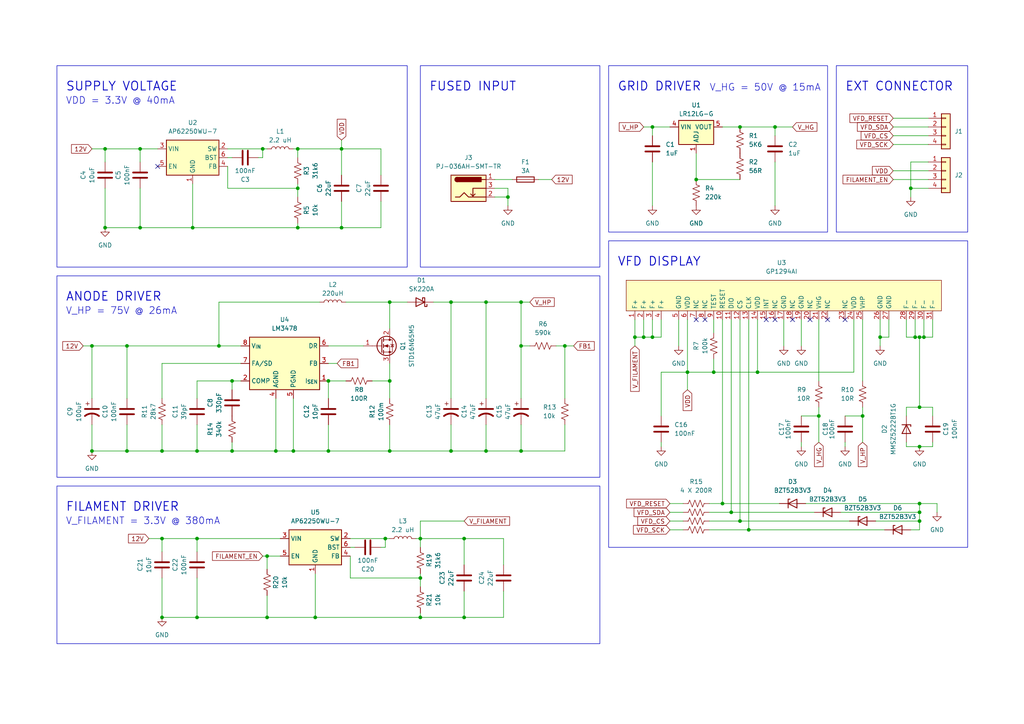
<source format=kicad_sch>
(kicad_sch (version 20230121) (generator eeschema)
  (paper "A4")
  (title_block (title "VFD Display Supply") (date "2024-03-10"))
  (lib_symbols
    (symbol "Connector:Barrel_Jack_Switch" (pin_names hide)
      (property "Reference" "J" (at 0 5.334 0))
      (property "Value" "Barrel_Jack_Switch" (at 0 -5.08 0))
      (symbol "Barrel_Jack_Switch_0_1"
        (rectangle (start -5.08 3.81) (end 5.08 -3.81) (stroke (width 0.254)) (fill (type background)))
        (arc (start -3.302 3.175) (mid -3.9343 2.54) (end -3.302 1.905) (stroke (width 0.254)))
        (arc (start -3.302 3.175) (mid -3.9343 2.54) (end -3.302 1.905) (stroke (width 0.254)) (fill (type outline)))
        (polyline (pts (xy 1.27 -2.286) (xy 1.905 -1.651)) (stroke (width 0.254)))
        (polyline (pts (xy 5.08 2.54) (xy 3.81 2.54)) (stroke (width 0.254)))
        (polyline (pts (xy 5.08 0) (xy 1.27 0) (xy 1.27 -2.286) (xy 0.635 -1.651)) (stroke (width 0.254)))
        (polyline (pts (xy -3.81 -2.54) (xy -2.54 -2.54) (xy -1.27 -1.27) (xy 0 -2.54) (xy 2.54 -2.54) (xy 5.08 -2.54)) (stroke (width 0.254)))
        (rectangle (start 3.683 3.175) (end -3.302 1.905) (stroke (width 0.254)) (fill (type outline)))
      )
      (symbol "Barrel_Jack_Switch_1_1"
        (pin passive line (at 7.62 2.54 180) (length 2.54) (name "~") (number "1"))
        (pin passive line (at 7.62 -2.54 180) (length 2.54) (name "~") (number "2"))
        (pin passive line (at 7.62 0 180) (length 2.54) (name "~") (number "3"))
      )
    )
    (symbol "Connector_Generic:Conn_01x04" (pin_names (offset 1.016) hide)
      (property "Reference" "J" (at 0 5.08 0))
      (property "Value" "Conn_01x04" (at 0 -7.62 0))
      (symbol "Conn_01x04_1_1"
        (rectangle (start -1.27 -4.953) (end 0 -5.207) (stroke (width 0.1524)))
        (rectangle (start -1.27 -2.413) (end 0 -2.667) (stroke (width 0.1524)))
        (rectangle (start -1.27 0.127) (end 0 -0.127) (stroke (width 0.1524)))
        (rectangle (start -1.27 2.667) (end 0 2.413) (stroke (width 0.1524)))
        (rectangle (start -1.27 3.81) (end 1.27 -6.35) (stroke (width 0.254)) (fill (type background)))
        (pin passive line (at -5.08 2.54 0) (length 3.81) (name "Pin_1") (number "1"))
        (pin passive line (at -5.08 0 0) (length 3.81) (name "Pin_2") (number "2"))
        (pin passive line (at -5.08 -2.54 0) (length 3.81) (name "Pin_3") (number "3"))
        (pin passive line (at -5.08 -5.08 0) (length 3.81) (name "Pin_4") (number "4"))
      )
    )
    (symbol "Device:C" (pin_numbers hide) (pin_names (offset 0.254))
      (property "Reference" "C" (at 0.635 2.54 0))
      (property "Value" "C" (at 0.635 -2.54 0))
      (symbol "C_0_1"
        (polyline (pts (xy -2.032 -0.762) (xy 2.032 -0.762)) (stroke (width 0.508)))
        (polyline (pts (xy -2.032 0.762) (xy 2.032 0.762)) (stroke (width 0.508)))
      )
      (symbol "C_1_1"
        (pin passive line (at 0 3.81 270) (length 2.794) (name "~") (number "1"))
        (pin passive line (at 0 -3.81 90) (length 2.794) (name "~") (number "2"))
      )
    )
    (symbol "Device:C_Polarized_US" (pin_numbers hide) (pin_names (offset 0.254) hide)
      (property "Reference" "C" (at 0.635 2.54 0))
      (property "Value" "C_Polarized_US" (at 0.635 -2.54 0))
      (symbol "C_Polarized_US_0_1"
        (polyline (pts (xy -2.032 0.762) (xy 2.032 0.762)) (stroke (width 0.508)))
        (polyline (pts (xy -1.778 2.286) (xy -0.762 2.286)))
        (polyline (pts (xy -1.27 1.778) (xy -1.27 2.794)))
        (arc (start 2.032 -1.27) (mid 0 -0.5572) (end -2.032 -1.27) (stroke (width 0.508)))
      )
      (symbol "C_Polarized_US_1_1"
        (pin passive line (at 0 3.81 270) (length 2.794) (name "~") (number "1"))
        (pin passive line (at 0 -3.81 90) (length 3.302) (name "~") (number "2"))
      )
    )
    (symbol "Device:D_Schottky" (pin_numbers hide) (pin_names (offset 1.016) hide)
      (property "Reference" "D" (at 0 2.54 0))
      (property "Value" "D_Schottky" (at 0 -2.54 0))
      (symbol "D_Schottky_0_1"
        (polyline (pts (xy 1.27 0) (xy -1.27 0)))
        (polyline (pts (xy 1.27 1.27) (xy 1.27 -1.27) (xy -1.27 0) (xy 1.27 1.27)) (stroke (width 0.254)))
        (polyline (pts (xy -1.905 0.635) (xy -1.905 1.27) (xy -1.27 1.27) (xy -1.27 -1.27) (xy -0.635 -1.27) (xy -0.635 -0.635)) (stroke (width 0.254)))
      )
      (symbol "D_Schottky_1_1"
        (pin passive line (at -3.81 0 0) (length 2.54) (name "K") (number "1"))
        (pin passive line (at 3.81 0 180) (length 2.54) (name "A") (number "2"))
      )
    )
    (symbol "Device:D_Zener" (pin_numbers hide) (pin_names (offset 1.016) hide)
      (property "Reference" "D" (at 0 2.54 0))
      (property "Value" "D_Zener" (at 0 -2.54 0))
      (symbol "D_Zener_0_1"
        (polyline (pts (xy 1.27 0) (xy -1.27 0)))
        (polyline (pts (xy -1.27 -1.27) (xy -1.27 1.27) (xy -0.762 1.27)) (stroke (width 0.254)))
        (polyline (pts (xy 1.27 -1.27) (xy 1.27 1.27) (xy -1.27 0) (xy 1.27 -1.27)) (stroke (width 0.254)))
      )
      (symbol "D_Zener_1_1"
        (pin passive line (at -3.81 0 0) (length 2.54) (name "K") (number "1"))
        (pin passive line (at 3.81 0 180) (length 2.54) (name "A") (number "2"))
      )
    )
    (symbol "Device:Fuse" (pin_numbers hide) (pin_names (offset 0))
      (property "Reference" "F" (at 2.032 0 90))
      (property "Value" "Fuse" (at -1.905 0 90))
      (symbol "Fuse_0_1"
        (rectangle (start -0.762 -2.54) (end 0.762 2.54) (stroke (width 0.254)))
        (polyline (pts (xy 0 2.54) (xy 0 -2.54)))
      )
      (symbol "Fuse_1_1"
        (pin passive line (at 0 3.81 270) (length 1.27) (name "~") (number "1"))
        (pin passive line (at 0 -3.81 90) (length 1.27) (name "~") (number "2"))
      )
    )
    (symbol "Device:L" (pin_numbers hide) (pin_names (offset 1.016) hide)
      (property "Reference" "L" (at -1.27 0 90))
      (property "Value" "L" (at 1.905 0 90))
      (symbol "L_0_1"
        (arc (start 0 -2.54) (mid 0.6323 -1.905) (end 0 -1.27))
        (arc (start 0 -1.27) (mid 0.6323 -0.635) (end 0 0))
        (arc (start 0 0) (mid 0.6323 0.635) (end 0 1.27))
        (arc (start 0 1.27) (mid 0.6323 1.905) (end 0 2.54))
      )
      (symbol "L_1_1"
        (pin passive line (at 0 3.81 270) (length 1.27) (name "1") (number "1"))
        (pin passive line (at 0 -3.81 90) (length 1.27) (name "2") (number "2"))
      )
    )
    (symbol "Device:Q_NMOS_GDS" (pin_names (offset 0) hide)
      (property "Reference" "Q" (at 5.08 1.27 0))
      (property "Value" "Q_NMOS_GDS" (at 5.08 -1.27 0))
      (symbol "Q_NMOS_GDS_0_1"
        (polyline (pts (xy 0.254 0) (xy -2.54 0)))
        (polyline (pts (xy 0.254 1.905) (xy 0.254 -1.905)) (stroke (width 0.254)))
        (polyline (pts (xy 0.762 -1.27) (xy 0.762 -2.286)) (stroke (width 0.254)))
        (polyline (pts (xy 0.762 0.508) (xy 0.762 -0.508)) (stroke (width 0.254)))
        (polyline (pts (xy 0.762 2.286) (xy 0.762 1.27)) (stroke (width 0.254)))
        (polyline (pts (xy 2.54 2.54) (xy 2.54 1.778)))
        (polyline (pts (xy 2.54 -2.54) (xy 2.54 0) (xy 0.762 0)))
        (polyline (pts (xy 0.762 -1.778) (xy 3.302 -1.778) (xy 3.302 1.778) (xy 0.762 1.778)))
        (polyline (pts (xy 1.016 0) (xy 2.032 0.381) (xy 2.032 -0.381) (xy 1.016 0)) (fill (type outline)))
        (polyline (pts (xy 2.794 0.508) (xy 2.921 0.381) (xy 3.683 0.381) (xy 3.81 0.254)))
        (polyline (pts (xy 3.302 0.381) (xy 2.921 -0.254) (xy 3.683 -0.254) (xy 3.302 0.381)))
        (circle (center 1.651 0) (radius 2.794) (stroke (width 0.254)))
        (circle (center 2.54 -1.778) (radius 0.254) (fill (type outline)))
        (circle (center 2.54 1.778) (radius 0.254) (fill (type outline)))
      )
      (symbol "Q_NMOS_GDS_1_1"
        (pin input line (at -5.08 0 0) (length 2.54) (name "G") (number "1"))
        (pin passive line (at 2.54 5.08 270) (length 2.54) (name "D") (number "2"))
        (pin passive line (at 2.54 -5.08 90) (length 2.54) (name "S") (number "3"))
      )
    )
    (symbol "Device:R_US" (pin_numbers hide) (pin_names (offset 0))
      (property "Reference" "R" (at 2.54 0 90))
      (property "Value" "R_US" (at -2.54 0 90))
      (symbol "R_US_0_1"
        (polyline (pts (xy 0 -2.286) (xy 0 -2.54)))
        (polyline (pts (xy 0 2.286) (xy 0 2.54)))
        (polyline (pts (xy 0 -0.762) (xy 1.016 -1.143) (xy 0 -1.524) (xy -1.016 -1.905) (xy 0 -2.286)))
        (polyline (pts (xy 0 0.762) (xy 1.016 0.381) (xy 0 0) (xy -1.016 -0.381) (xy 0 -0.762)))
        (polyline (pts (xy 0 2.286) (xy 1.016 1.905) (xy 0 1.524) (xy -1.016 1.143) (xy 0 0.762)))
      )
      (symbol "R_US_1_1"
        (pin passive line (at 0 3.81 270) (length 1.27) (name "~") (number "1"))
        (pin passive line (at 0 -3.81 90) (length 1.27) (name "~") (number "2"))
      )
    )
    (symbol "Regulator_Controller:LM3478MA"
      (property "Reference" "U" (at -9.525 8.89 0))
      (property "Value" "LM3478MA" (at 5.08 8.89 0))
      (symbol "LM3478MA_0_1"
        (rectangle (start -10.16 7.62) (end 10.16 -7.62) (stroke (width 0.254)) (fill (type background)))
      )
      (symbol "LM3478MA_1_1"
        (pin input line (at 12.7 -5.08 180) (length 2.54) (name "I_{SEN}") (number "1"))
        (pin input line (at -12.7 -5.08 0) (length 2.54) (name "COMP") (number "2"))
        (pin input line (at 12.7 0 180) (length 2.54) (name "FB") (number "3"))
        (pin power_in line (at -2.54 -10.16 90) (length 2.54) (name "AGND") (number "4"))
        (pin power_in line (at 2.54 -10.16 90) (length 2.54) (name "PGND") (number "5"))
        (pin output line (at 12.7 5.08 180) (length 2.54) (name "DR") (number "6"))
        (pin input line (at -12.7 0 0) (length 2.54) (name "FA/SD") (number "7"))
        (pin power_in line (at -12.7 5.08 0) (length 2.54) (name "V_{IN}") (number "8"))
      )
    )
    (symbol "Regulator_Switching:AP62250Z6"
      (property "Reference" "U4" (at 0 10.16 0))
      (property "Value" "AP62250WU-7" (at 0 7.62 0))
      (symbol "AP62250Z6_0_1"
        (rectangle (start -7.62 5.08) (end 7.62 -5.08) (stroke (width 0.254)) (fill (type background)))
      )
      (symbol "AP62250Z6_1_1"
        (pin power_in line (at 0 -7.62 90) (length 2.54) (name "GND") (number "1"))
        (pin output line (at 10.16 2.54 180) (length 2.54) (name "SW") (number "2"))
        (pin power_in line (at -10.16 2.54 0) (length 2.54) (name "VIN") (number "3"))
        (pin input line (at 10.16 -2.54 180) (length 2.54) (name "FB") (number "4"))
        (pin input line (at -10.16 -2.54 0) (length 2.54) (name "EN") (number "5"))
        (pin passive line (at 10.16 0 180) (length 2.54) (name "BST") (number "6"))
      )
    )
    (symbol "Remi_Symbols:GP1294AI"
      (property "Reference" "U" (at -1.27 10.16 0))
      (property "Value" "GP1294AI" (at 11.43 10.16 0))
      (symbol "GP1294AI_1_1"
        (rectangle (start -2.54 8.89) (end 88.9 0) (fill (type background)))
        (pin unspecified line (at 0 -2.54 90) (length 2.54) (name "F+") (number "1"))
        (pin unspecified line (at 25.4 -2.54 90) (length 2.54) (name "RESET") (number "10"))
        (pin unspecified line (at 27.94 -2.54 90) (length 2.54) (name "DIO") (number "11"))
        (pin unspecified line (at 30.48 -2.54 90) (length 2.54) (name "CS") (number "12"))
        (pin unspecified line (at 33.02 -2.54 90) (length 2.54) (name "CLK") (number "13"))
        (pin unspecified line (at 35.56 -2.54 90) (length 2.54) (name "VDD") (number "14"))
        (pin unspecified line (at 38.1 -2.54 90) (length 2.54) (name "INT") (number "15"))
        (pin unspecified line (at 40.64 -2.54 90) (length 2.54) (name "NC") (number "16"))
        (pin unspecified line (at 43.18 -2.54 90) (length 2.54) (name "GND") (number "17"))
        (pin unspecified line (at 45.72 -2.54 90) (length 2.54) (name "NC") (number "18"))
        (pin unspecified line (at 48.26 -2.54 90) (length 2.54) (name "GND") (number "19"))
        (pin unspecified line (at 2.54 -2.54 90) (length 2.54) (name "F+") (number "2"))
        (pin unspecified line (at 50.8 -2.54 90) (length 2.54) (name "NC") (number "20"))
        (pin unspecified line (at 53.34 -2.54 90) (length 2.54) (name "VHG") (number "21"))
        (pin unspecified line (at 55.88 -2.54 90) (length 2.54) (name "NC") (number "22"))
        (pin unspecified line (at 60.96 -2.54 90) (length 2.54) (name "NC") (number "23"))
        (pin unspecified line (at 63.5 -2.54 90) (length 2.54) (name "VDD") (number "24"))
        (pin unspecified line (at 66.04 -2.54 90) (length 2.54) (name "VHP") (number "25"))
        (pin unspecified line (at 71.12 -2.54 90) (length 2.54) (name "GND") (number "26"))
        (pin unspecified line (at 73.66 -2.54 90) (length 2.54) (name "GND") (number "27"))
        (pin unspecified line (at 78.74 -2.54 90) (length 2.54) (name "F-") (number "28"))
        (pin unspecified line (at 81.28 -2.54 90) (length 2.54) (name "F-") (number "29"))
        (pin unspecified line (at 5.08 -2.54 90) (length 2.54) (name "F+") (number "3"))
        (pin unspecified line (at 83.82 -2.54 90) (length 2.54) (name "F-") (number "30"))
        (pin unspecified line (at 86.36 -2.54 90) (length 2.54) (name "F-") (number "31"))
        (pin unspecified line (at 7.62 -2.54 90) (length 2.54) (name "F+") (number "4"))
        (pin unspecified line (at 12.7 -2.54 90) (length 2.54) (name "GND") (number "5"))
        (pin unspecified line (at 15.24 -2.54 90) (length 2.54) (name "VDD") (number "6"))
        (pin unspecified line (at 17.78 -2.54 90) (length 2.54) (name "NC") (number "7"))
        (pin unspecified line (at 20.32 -2.54 90) (length 2.54) (name "NC") (number "8"))
        (pin unspecified line (at 22.86 -2.54 90) (length 2.54) (name "TEST") (number "9"))
      )
    )
    (symbol "Remi_Symbols:LR12"
      (property "Reference" "U" (at 0 5.08 0))
      (property "Value" "LR12LG-G" (at 0 2.54 0))
      (symbol "LR12_0_1"
        (rectangle (start -5.08 0.635) (end 5.08 -6.35) (stroke (width 0.254)) (fill (type background)))
      )
      (symbol "LR12_1_1"
        (pin input line (at 0 -8.89 90) (length 2.54) (name "ADJ") (number "1"))
        (pin no_connect line (at -13.97 -5.08 0) (length 2.54) hide (name "NC") (number "2"))
        (pin no_connect line (at -13.97 -7.62 0) (length 2.54) hide (name "NC") (number "3"))
        (pin power_in line (at -7.62 -1.27 0) (length 2.54) (name "VIN") (number "4"))
        (pin power_out line (at 7.62 -1.27 180) (length 2.54) (name "VOUT") (number "5"))
        (pin power_out line (at 15.24 -5.08 180) (length 2.54) hide (name "VOUT") (number "6"))
        (pin power_out line (at 15.24 -7.62 180) (length 2.54) hide (name "VOUT") (number "7"))
        (pin power_out line (at 15.24 -10.16 180) (length 2.54) hide (name "VOUT") (number "8"))
      )
    )
    (symbol "power:GND" (power) (pin_names (offset 0))
      (property "Value" "GND" (at 0 -3.81 0))
      (symbol "GND_0_1"
        (polyline (pts (xy 0 0) (xy 0 -1.27) (xy 1.27 -1.27) (xy 0 -2.54) (xy -1.27 -1.27) (xy 0 -1.27)))
      )
      (symbol "GND_1_1"
        (pin power_in line (at 0 0 270) (length 0) hide (name "GND") (number "1"))
      )
    )
  )
  (junction (at 264.16 54.61))
  (junction (at 266.7 118.11))
  (junction (at 111.76 156.21))
  (junction (at 163.83 100.33))
  (junction (at 266.7 148.59))
  (junction (at 46.99 130.81))
  (junction (at 30.48 66.04))
  (junction (at 63.5 100.33))
  (junction (at 189.23 97.79))
  (junction (at 140.97 130.81))
  (junction (at 151.13 100.33))
  (junction (at 121.92 179.07))
  (junction (at 207.01 107.95))
  (junction (at 55.88 66.04))
  (junction (at 255.27 97.79))
  (junction (at 134.62 179.07))
  (junction (at 250.19 120.65))
  (junction (at 224.79 36.83))
  (junction (at 86.36 54.61))
  (junction (at 67.31 130.81))
  (junction (at 147.32 57.15))
  (junction (at 199.39 107.95))
  (junction (at 151.13 87.63))
  (junction (at 95.25 130.81))
  (junction (at 86.36 66.04))
  (junction (at 237.49 120.65))
  (junction (at 266.7 97.79))
  (junction (at 130.81 130.81))
  (junction (at 140.97 87.63))
  (junction (at 76.2 43.18))
  (junction (at 67.31 110.49))
  (junction (at 36.83 100.33))
  (junction (at 57.15 156.21))
  (junction (at 214.63 151.13))
  (junction (at 99.06 43.18))
  (junction (at 46.99 156.21))
  (junction (at 40.64 43.18))
  (junction (at 121.92 167.64))
  (junction (at 121.92 156.21))
  (junction (at 86.36 43.18))
  (junction (at 130.81 87.63))
  (junction (at 219.71 107.95))
  (junction (at 266.7 151.13))
  (junction (at 214.63 36.83))
  (junction (at 57.15 130.81))
  (junction (at 57.15 179.07))
  (junction (at 186.69 97.79))
  (junction (at 95.25 110.49))
  (junction (at 36.83 130.81))
  (junction (at 26.67 100.33))
  (junction (at 40.64 66.04))
  (junction (at 184.15 97.79))
  (junction (at 77.47 161.29))
  (junction (at 267.97 97.79))
  (junction (at 80.01 130.81))
  (junction (at 30.48 43.18))
  (junction (at 265.43 97.79))
  (junction (at 113.03 130.81))
  (junction (at 217.17 153.67))
  (junction (at 151.13 130.81))
  (junction (at 99.06 66.04))
  (junction (at 189.23 36.83))
  (junction (at 91.44 179.07))
  (junction (at 134.62 156.21))
  (junction (at 46.99 179.07))
  (junction (at 212.09 148.59))
  (junction (at 201.93 52.07))
  (junction (at 113.03 87.63))
  (junction (at 113.03 110.49))
  (junction (at 266.7 129.54))
  (junction (at 77.47 179.07))
  (junction (at 209.55 146.05))
  (junction (at 266.7 146.05))
  (junction (at 85.09 130.81))
  (junction (at 26.67 130.81))
  (no_connect (at 234.95 92.71))
  (no_connect (at 204.47 92.71))
  (no_connect (at 229.87 92.71))
  (no_connect (at 201.93 92.71))
  (no_connect (at 222.25 92.71))
  (no_connect (at 224.79 92.71))
  (no_connect (at 240.03 92.71))
  (no_connect (at 45.72 48.26))
  (no_connect (at 245.11 92.71))
  (wire (pts (xy 86.36 43.18) (xy 86.36 45.72)))
  (wire (pts (xy 76.2 45.72) (xy 76.2 43.18)))
  (wire (pts (xy 36.83 123.19) (xy 36.83 130.81)))
  (wire (pts (xy 76.2 43.18) (xy 77.47 43.18)))
  (wire (pts (xy 254 151.13) (xy 266.7 151.13)))
  (wire (pts (xy 100.33 87.63) (xy 113.03 87.63)))
  (wire (pts (xy 40.64 43.18) (xy 40.64 46.99)))
  (wire (pts (xy 189.23 92.71) (xy 189.23 97.79)))
  (wire (pts (xy 265.43 97.79) (xy 262.89 97.79)))
  (wire (pts (xy 255.27 97.79) (xy 255.27 100.33)))
  (wire (pts (xy 264.16 153.67) (xy 266.7 153.67)))
  (wire (pts (xy 107.95 110.49) (xy 113.03 110.49)))
  (wire (pts (xy 113.03 87.63) (xy 113.03 95.25)))
  (wire (pts (xy 57.15 110.49) (xy 57.15 115.57)))
  (wire (pts (xy 130.81 87.63) (xy 140.97 87.63)))
  (wire (pts (xy 271.78 146.05) (xy 266.7 146.05)))
  (wire (pts (xy 205.74 151.13) (xy 214.63 151.13)))
  (wire (pts (xy 99.06 40.64) (xy 99.06 43.18)))
  (wire (pts (xy 110.49 158.75) (xy 111.76 158.75)))
  (wire (pts (xy 80.01 130.81) (xy 85.09 130.81)))
  (wire (pts (xy 95.25 130.81) (xy 113.03 130.81)))
  (wire (pts (xy 66.04 48.26) (xy 66.04 54.61)))
  (wire (pts (xy 30.48 43.18) (xy 30.48 46.99)))
  (wire (pts (xy 147.32 54.61) (xy 143.51 54.61)))
  (wire (pts (xy 219.71 92.71) (xy 219.71 107.95)))
  (wire (pts (xy 270.51 118.11) (xy 270.51 120.65)))
  (wire (pts (xy 85.09 43.18) (xy 86.36 43.18)))
  (wire (pts (xy 46.99 156.21) (xy 46.99 160.02)))
  (wire (pts (xy 91.44 179.07) (xy 121.92 179.07)))
  (wire (pts (xy 257.81 92.71) (xy 257.81 97.79)))
  (wire (pts (xy 147.32 57.15) (xy 147.32 54.61)))
  (wire (pts (xy 264.16 57.15) (xy 264.16 54.61)))
  (wire (pts (xy 99.06 66.04) (xy 110.49 66.04)))
  (wire (pts (xy 266.7 129.54) (xy 270.51 129.54)))
  (wire (pts (xy 161.29 100.33) (xy 163.83 100.33)))
  (wire (pts (xy 237.49 118.11) (xy 237.49 120.65)))
  (wire (pts (xy 214.63 36.83) (xy 224.79 36.83)))
  (wire (pts (xy 121.92 166.37) (xy 121.92 167.64)))
  (wire (pts (xy 264.16 54.61) (xy 264.16 46.99)))
  (wire (pts (xy 110.49 50.8) (xy 110.49 43.18)))
  (wire (pts (xy 36.83 130.81) (xy 46.99 130.81)))
  (wire (pts (xy 30.48 43.18) (xy 40.64 43.18)))
  (wire (pts (xy 163.83 100.33) (xy 166.37 100.33)))
  (wire (pts (xy 80.01 115.57) (xy 80.01 130.81)))
  (wire (pts (xy 77.47 161.29) (xy 81.28 161.29)))
  (wire (pts (xy 134.62 179.07) (xy 146.05 179.07)))
  (wire (pts (xy 267.97 92.71) (xy 267.97 97.79)))
  (wire (pts (xy 146.05 163.83) (xy 146.05 156.21)))
  (wire (pts (xy 232.41 128.27) (xy 232.41 129.54)))
  (wire (pts (xy 55.88 66.04) (xy 55.88 53.34)))
  (wire (pts (xy 46.99 123.19) (xy 46.99 130.81)))
  (wire (pts (xy 191.77 92.71) (xy 191.77 97.79)))
  (wire (pts (xy 232.41 120.65) (xy 237.49 120.65)))
  (wire (pts (xy 259.08 52.07) (xy 269.24 52.07)))
  (wire (pts (xy 26.67 123.19) (xy 26.67 130.81)))
  (wire (pts (xy 134.62 171.45) (xy 134.62 179.07)))
  (wire (pts (xy 194.31 151.13) (xy 198.12 151.13)))
  (wire (pts (xy 250.19 120.65) (xy 250.19 118.11)))
  (wire (pts (xy 101.6 161.29) (xy 101.6 167.64)))
  (wire (pts (xy 57.15 179.07) (xy 77.47 179.07)))
  (wire (pts (xy 227.33 92.71) (xy 227.33 100.33)))
  (wire (pts (xy 63.5 87.63) (xy 63.5 100.33)))
  (wire (pts (xy 209.55 36.83) (xy 214.63 36.83)))
  (wire (pts (xy 199.39 107.95) (xy 199.39 113.03)))
  (wire (pts (xy 207.01 92.71) (xy 207.01 96.52)))
  (wire (pts (xy 121.92 156.21) (xy 121.92 158.75)))
  (wire (pts (xy 134.62 151.13) (xy 121.92 151.13)))
  (wire (pts (xy 186.69 36.83) (xy 189.23 36.83)))
  (wire (pts (xy 270.51 97.79) (xy 267.97 97.79)))
  (wire (pts (xy 266.7 118.11) (xy 270.51 118.11)))
  (wire (pts (xy 36.83 100.33) (xy 63.5 100.33)))
  (wire (pts (xy 57.15 156.21) (xy 81.28 156.21)))
  (wire (pts (xy 74.93 45.72) (xy 76.2 45.72)))
  (wire (pts (xy 259.08 49.53) (xy 269.24 49.53)))
  (wire (pts (xy 110.49 58.42) (xy 110.49 66.04)))
  (wire (pts (xy 259.08 41.91) (xy 269.24 41.91)))
  (wire (pts (xy 46.99 179.07) (xy 57.15 179.07)))
  (wire (pts (xy 214.63 92.71) (xy 214.63 151.13)))
  (wire (pts (xy 140.97 130.81) (xy 151.13 130.81)))
  (wire (pts (xy 266.7 151.13) (xy 266.7 148.59)))
  (wire (pts (xy 46.99 130.81) (xy 57.15 130.81)))
  (wire (pts (xy 194.31 146.05) (xy 198.12 146.05)))
  (wire (pts (xy 77.47 172.72) (xy 77.47 179.07)))
  (wire (pts (xy 121.92 151.13) (xy 121.92 156.21)))
  (wire (pts (xy 130.81 130.81) (xy 140.97 130.81)))
  (wire (pts (xy 262.89 129.54) (xy 266.7 129.54)))
  (wire (pts (xy 111.76 156.21) (xy 113.03 156.21)))
  (wire (pts (xy 86.36 43.18) (xy 99.06 43.18)))
  (wire (pts (xy 26.67 130.81) (xy 36.83 130.81)))
  (wire (pts (xy 264.16 46.99) (xy 269.24 46.99)))
  (wire (pts (xy 151.13 123.19) (xy 151.13 130.81)))
  (wire (pts (xy 30.48 54.61) (xy 30.48 66.04)))
  (wire (pts (xy 245.11 128.27) (xy 245.11 129.54)))
  (wire (pts (xy 121.92 179.07) (xy 134.62 179.07)))
  (wire (pts (xy 121.92 156.21) (xy 134.62 156.21)))
  (wire (pts (xy 205.74 148.59) (xy 212.09 148.59)))
  (wire (pts (xy 67.31 113.03) (xy 67.31 110.49)))
  (wire (pts (xy 209.55 146.05) (xy 226.06 146.05)))
  (wire (pts (xy 77.47 179.07) (xy 91.44 179.07)))
  (wire (pts (xy 189.23 97.79) (xy 191.77 97.79)))
  (wire (pts (xy 194.31 153.67) (xy 198.12 153.67)))
  (wire (pts (xy 111.76 158.75) (xy 111.76 156.21)))
  (wire (pts (xy 121.92 177.8) (xy 121.92 179.07)))
  (wire (pts (xy 40.64 54.61) (xy 40.64 66.04)))
  (wire (pts (xy 270.51 128.27) (xy 270.51 129.54)))
  (wire (pts (xy 66.04 54.61) (xy 86.36 54.61)))
  (wire (pts (xy 24.13 100.33) (xy 26.67 100.33)))
  (wire (pts (xy 63.5 100.33) (xy 69.85 100.33)))
  (wire (pts (xy 113.03 123.19) (xy 113.03 130.81)))
  (wire (pts (xy 207.01 107.95) (xy 219.71 107.95)))
  (wire (pts (xy 57.15 167.64) (xy 57.15 179.07)))
  (wire (pts (xy 186.69 92.71) (xy 186.69 97.79)))
  (wire (pts (xy 26.67 115.57) (xy 26.67 100.33)))
  (wire (pts (xy 212.09 92.71) (xy 212.09 148.59)))
  (wire (pts (xy 250.19 120.65) (xy 250.19 128.27)))
  (wire (pts (xy 233.68 146.05) (xy 266.7 146.05)))
  (wire (pts (xy 201.93 44.45) (xy 201.93 52.07)))
  (wire (pts (xy 264.16 54.61) (xy 269.24 54.61)))
  (wire (pts (xy 143.51 57.15) (xy 147.32 57.15)))
  (wire (pts (xy 255.27 92.71) (xy 255.27 97.79)))
  (wire (pts (xy 99.06 58.42) (xy 99.06 66.04)))
  (wire (pts (xy 121.92 167.64) (xy 121.92 170.18)))
  (wire (pts (xy 156.21 52.07) (xy 160.02 52.07)))
  (wire (pts (xy 184.15 97.79) (xy 184.15 100.33)))
  (wire (pts (xy 214.63 151.13) (xy 246.38 151.13)))
  (wire (pts (xy 92.71 87.63) (xy 63.5 87.63)))
  (wire (pts (xy 95.25 110.49) (xy 95.25 115.57)))
  (wire (pts (xy 265.43 97.79) (xy 266.7 97.79)))
  (wire (pts (xy 86.36 66.04) (xy 99.06 66.04)))
  (wire (pts (xy 163.83 123.19) (xy 163.83 130.81)))
  (wire (pts (xy 99.06 43.18) (xy 99.06 50.8)))
  (wire (pts (xy 85.09 130.81) (xy 95.25 130.81)))
  (wire (pts (xy 224.79 46.99) (xy 224.79 59.69)))
  (wire (pts (xy 86.36 53.34) (xy 86.36 54.61)))
  (wire (pts (xy 189.23 46.99) (xy 189.23 59.69)))
  (wire (pts (xy 186.69 97.79) (xy 189.23 97.79)))
  (wire (pts (xy 194.31 148.59) (xy 198.12 148.59)))
  (wire (pts (xy 217.17 92.71) (xy 217.17 153.67)))
  (wire (pts (xy 140.97 87.63) (xy 151.13 87.63)))
  (wire (pts (xy 262.89 92.71) (xy 262.89 97.79)))
  (wire (pts (xy 66.04 43.18) (xy 76.2 43.18)))
  (wire (pts (xy 46.99 105.41) (xy 69.85 105.41)))
  (wire (pts (xy 271.78 148.59) (xy 271.78 146.05)))
  (wire (pts (xy 262.89 128.27) (xy 262.89 129.54)))
  (wire (pts (xy 67.31 128.27) (xy 67.31 130.81)))
  (wire (pts (xy 101.6 156.21) (xy 111.76 156.21)))
  (wire (pts (xy 140.97 123.19) (xy 140.97 130.81)))
  (wire (pts (xy 130.81 115.57) (xy 130.81 87.63)))
  (wire (pts (xy 243.84 148.59) (xy 266.7 148.59)))
  (wire (pts (xy 265.43 92.71) (xy 265.43 97.79)))
  (wire (pts (xy 266.7 148.59) (xy 266.7 146.05)))
  (wire (pts (xy 95.25 110.49) (xy 100.33 110.49)))
  (wire (pts (xy 46.99 156.21) (xy 57.15 156.21)))
  (wire (pts (xy 266.7 97.79) (xy 267.97 97.79)))
  (wire (pts (xy 95.25 123.19) (xy 95.25 130.81)))
  (wire (pts (xy 76.2 161.29) (xy 77.47 161.29)))
  (wire (pts (xy 237.49 110.49) (xy 237.49 92.71)))
  (wire (pts (xy 250.19 110.49) (xy 250.19 92.71)))
  (wire (pts (xy 113.03 130.81) (xy 130.81 130.81)))
  (wire (pts (xy 151.13 115.57) (xy 151.13 100.33)))
  (wire (pts (xy 209.55 92.71) (xy 209.55 146.05)))
  (wire (pts (xy 113.03 105.41) (xy 113.03 110.49)))
  (wire (pts (xy 196.85 92.71) (xy 196.85 100.33)))
  (wire (pts (xy 43.18 156.21) (xy 46.99 156.21)))
  (wire (pts (xy 212.09 148.59) (xy 236.22 148.59)))
  (wire (pts (xy 101.6 167.64) (xy 121.92 167.64)))
  (wire (pts (xy 191.77 107.95) (xy 191.77 120.65)))
  (wire (pts (xy 224.79 36.83) (xy 224.79 39.37)))
  (wire (pts (xy 184.15 92.71) (xy 184.15 97.79)))
  (wire (pts (xy 201.93 52.07) (xy 214.63 52.07)))
  (wire (pts (xy 130.81 123.19) (xy 130.81 130.81)))
  (wire (pts (xy 163.83 100.33) (xy 163.83 115.57)))
  (wire (pts (xy 26.67 43.18) (xy 30.48 43.18)))
  (wire (pts (xy 143.51 52.07) (xy 148.59 52.07)))
  (wire (pts (xy 86.36 54.61) (xy 86.36 57.15)))
  (wire (pts (xy 247.65 92.71) (xy 247.65 107.95)))
  (wire (pts (xy 46.99 167.64) (xy 46.99 179.07)))
  (wire (pts (xy 255.27 97.79) (xy 257.81 97.79)))
  (wire (pts (xy 130.81 87.63) (xy 125.73 87.63)))
  (wire (pts (xy 40.64 66.04) (xy 55.88 66.04)))
  (wire (pts (xy 55.88 66.04) (xy 86.36 66.04)))
  (wire (pts (xy 134.62 156.21) (xy 146.05 156.21)))
  (wire (pts (xy 91.44 179.07) (xy 91.44 166.37)))
  (wire (pts (xy 151.13 130.81) (xy 163.83 130.81)))
  (wire (pts (xy 151.13 87.63) (xy 151.13 100.33)))
  (wire (pts (xy 219.71 107.95) (xy 247.65 107.95)))
  (wire (pts (xy 85.09 115.57) (xy 85.09 130.81)))
  (wire (pts (xy 140.97 87.63) (xy 140.97 115.57)))
  (wire (pts (xy 232.41 92.71) (xy 232.41 100.33)))
  (wire (pts (xy 46.99 105.41) (xy 46.99 115.57)))
  (wire (pts (xy 259.08 36.83) (xy 269.24 36.83)))
  (wire (pts (xy 102.87 158.75) (xy 101.6 158.75)))
  (wire (pts (xy 67.31 45.72) (xy 66.04 45.72)))
  (wire (pts (xy 224.79 36.83) (xy 229.87 36.83)))
  (wire (pts (xy 26.67 100.33) (xy 36.83 100.33)))
  (wire (pts (xy 191.77 129.54) (xy 191.77 128.27)))
  (wire (pts (xy 57.15 156.21) (xy 57.15 160.02)))
  (wire (pts (xy 77.47 161.29) (xy 77.47 165.1)))
  (wire (pts (xy 120.65 156.21) (xy 121.92 156.21)))
  (wire (pts (xy 153.67 87.63) (xy 151.13 87.63)))
  (wire (pts (xy 40.64 43.18) (xy 45.72 43.18)))
  (wire (pts (xy 270.51 92.71) (xy 270.51 97.79)))
  (wire (pts (xy 189.23 39.37) (xy 189.23 36.83)))
  (wire (pts (xy 217.17 153.67) (xy 256.54 153.67)))
  (wire (pts (xy 57.15 110.49) (xy 67.31 110.49)))
  (wire (pts (xy 147.32 59.69) (xy 147.32 57.15)))
  (wire (pts (xy 95.25 100.33) (xy 105.41 100.33)))
  (wire (pts (xy 99.06 43.18) (xy 110.49 43.18)))
  (wire (pts (xy 57.15 123.19) (xy 57.15 130.81)))
  (wire (pts (xy 199.39 92.71) (xy 199.39 107.95)))
  (wire (pts (xy 57.15 130.81) (xy 67.31 130.81)))
  (wire (pts (xy 266.7 97.79) (xy 266.7 118.11)))
  (wire (pts (xy 262.89 120.65) (xy 262.89 118.11)))
  (wire (pts (xy 118.11 87.63) (xy 113.03 87.63)))
  (wire (pts (xy 113.03 110.49) (xy 113.03 115.57)))
  (wire (pts (xy 205.74 146.05) (xy 209.55 146.05)))
  (wire (pts (xy 245.11 120.65) (xy 250.19 120.65)))
  (wire (pts (xy 259.08 34.29) (xy 269.24 34.29)))
  (wire (pts (xy 189.23 36.83) (xy 194.31 36.83)))
  (wire (pts (xy 30.48 66.04) (xy 40.64 66.04)))
  (wire (pts (xy 69.85 110.49) (xy 67.31 110.49)))
  (wire (pts (xy 184.15 97.79) (xy 186.69 97.79)))
  (wire (pts (xy 86.36 64.77) (xy 86.36 66.04)))
  (wire (pts (xy 146.05 171.45) (xy 146.05 179.07)))
  (wire (pts (xy 205.74 153.67) (xy 217.17 153.67)))
  (wire (pts (xy 95.25 105.41) (xy 97.79 105.41)))
  (wire (pts (xy 266.7 153.67) (xy 266.7 151.13)))
  (wire (pts (xy 207.01 104.14) (xy 207.01 107.95)))
  (wire (pts (xy 134.62 156.21) (xy 134.62 163.83)))
  (wire (pts (xy 36.83 115.57) (xy 36.83 100.33)))
  (wire (pts (xy 237.49 120.65) (xy 237.49 128.27)))
  (wire (pts (xy 259.08 39.37) (xy 269.24 39.37)))
  (wire (pts (xy 191.77 107.95) (xy 199.39 107.95)))
  (wire (pts (xy 199.39 107.95) (xy 207.01 107.95)))
  (wire (pts (xy 67.31 130.81) (xy 80.01 130.81)))
  (wire (pts (xy 262.89 118.11) (xy 266.7 118.11)))
  (wire (pts (xy 151.13 100.33) (xy 153.67 100.33)))
  (rectangle (start 121.92 19.05) (end 173.99 77.47))
  (rectangle (start 176.53 69.85) (end 280.67 158.75))
  (rectangle (start 16.51 19.05) (end 118.11 77.47))
  (rectangle (start 176.53 19.05) (end 240.03 67.31))
  (rectangle (start 16.51 140.97) (end 173.99 186.69))
  (rectangle (start 16.51 80.01) (end 173.99 138.43))
  (rectangle (start 242.57 19.05) (end 280.67 67.31))
  (text "V_FILAMENT = 3.3V @ 380mA" (at 19.05 152.4 0) (effects (font (size 2 2)) (justify left bottom)))
  (text "SUPPLY VOLTAGE" (at 19.05 26.67 0) (effects (font (size 2.54 2.54) (thickness 0.254) bold) (justify left bottom)))
  (text "VDD = 3.3V @ 40mA" (at 19.05 30.48 0) (effects (font (size 2 2)) (justify left bottom)))
  (text "FUSED INPUT" (at 124.46 26.67 0) (effects (font (size 2.54 2.54) (thickness 0.254) bold) (justify left bottom)))
  (text "EXT CONNECTOR" (at 245.11 26.67 0) (effects (font (size 2.54 2.54) (thickness 0.254) bold) (justify left bottom)))
  (text "V_HP = 75V @ 26mA" (at 19.05 91.44 0) (effects (font (size 2 2)) (justify left bottom)))
  (text "GRID DRIVER" (at 179.07 26.67 0) (effects (font (size 2.54 2.54) (thickness 0.254) bold) (justify left bottom)))
  (text "FILAMENT DRIVER" (at 19.05 148.59 0) (effects (font (size 2.54 2.54) (thickness 0.254) bold) (justify left bottom)))
  (text "VFD DISPLAY" (at 179.07 77.47 0) (effects (font (size 2.54 2.54) (thickness 0.254) bold) (justify left bottom)))
  (text "ANODE DRIVER" (at 19.05 87.63 0) (effects (font (size 2.54 2.54) (thickness 0.254) bold) (justify left bottom)))
  (text "V_HG = 50V @ 15mA" (at 205.74 26.67 0) (effects (font (size 2 2)) (justify left bottom)))
  (global_label "VFD_SCK" (shape input) (at 259.08 41.91 180) (property "Intersheetrefs" "${INTERSHEET_REFS}" (effects hide)))
  (global_label "V_HP" (shape input) (at 153.67 87.63 0) (property "Intersheetrefs" "${INTERSHEET_REFS}" (effects hide)))
  (global_label "VFD_CS" (shape input) (at 259.08 39.37 180) (property "Intersheetrefs" "${INTERSHEET_REFS}" (effects hide)))
  (global_label "VDD" (shape input) (at 99.06 40.64 90) (property "Intersheetrefs" "${INTERSHEET_REFS}" (effects hide)))
  (global_label "V_HP" (shape input) (at 186.69 36.83 180) (property "Intersheetrefs" "${INTERSHEET_REFS}" (effects hide)))
  (global_label "VFD_SDA" (shape input) (at 259.08 36.83 180) (property "Intersheetrefs" "${INTERSHEET_REFS}" (effects hide)))
  (global_label "V_FILAMENT" (shape input) (at 184.15 100.33 270) (property "Intersheetrefs" "${INTERSHEET_REFS}" (effects hide)))
  (global_label "FB1" (shape input) (at 166.37 100.33 0) (property "Intersheetrefs" "${INTERSHEET_REFS}" (effects hide)))
  (global_label "V_FILAMENT" (shape input) (at 134.62 151.13 0) (property "Intersheetrefs" "${INTERSHEET_REFS}" (effects hide)))
  (global_label "V_HG" (shape input) (at 237.49 128.27 270) (property "Intersheetrefs" "${INTERSHEET_REFS}" (effects hide)))
  (global_label "12V" (shape input) (at 43.18 156.21 180) (property "Intersheetrefs" "${INTERSHEET_REFS}" (effects hide)))
  (global_label "VFD_RESET" (shape input) (at 259.08 34.29 180) (property "Intersheetrefs" "${INTERSHEET_REFS}" (effects hide)))
  (global_label "12V" (shape input) (at 160.02 52.07 0) (property "Intersheetrefs" "${INTERSHEET_REFS}" (effects hide)))
  (global_label "V_HG" (shape input) (at 229.87 36.83 0) (property "Intersheetrefs" "${INTERSHEET_REFS}" (effects hide)))
  (global_label "12V" (shape input) (at 26.67 43.18 180) (property "Intersheetrefs" "${INTERSHEET_REFS}" (effects hide)))
  (global_label "VFD_SCK" (shape input) (at 194.31 153.67 180) (property "Intersheetrefs" "${INTERSHEET_REFS}" (effects hide)))
  (global_label "VFD_CS" (shape input) (at 194.31 151.13 180) (property "Intersheetrefs" "${INTERSHEET_REFS}" (effects hide)))
  (global_label "VFD_RESET" (shape input) (at 194.31 146.05 180) (property "Intersheetrefs" "${INTERSHEET_REFS}" (effects hide)))
  (global_label "V_HP" (shape input) (at 250.19 128.27 270) (property "Intersheetrefs" "${INTERSHEET_REFS}" (effects hide)))
  (global_label "VDD" (shape input) (at 199.39 113.03 270) (property "Intersheetrefs" "${INTERSHEET_REFS}" (effects hide)))
  (global_label "12V" (shape input) (at 24.13 100.33 180) (property "Intersheetrefs" "${INTERSHEET_REFS}" (effects hide)))
  (global_label "FB1" (shape input) (at 97.79 105.41 0) (property "Intersheetrefs" "${INTERSHEET_REFS}" (effects hide)))
  (global_label "FILAMENT_EN" (shape input) (at 259.08 52.07 180) (property "Intersheetrefs" "${INTERSHEET_REFS}" (effects hide)))
  (global_label "VFD_SDA" (shape input) (at 194.31 148.59 180) (property "Intersheetrefs" "${INTERSHEET_REFS}" (effects hide)))
  (global_label "FILAMENT_EN" (shape input) (at 76.2 161.29 180) (property "Intersheetrefs" "${INTERSHEET_REFS}" (effects hide)))
  (global_label "VDD" (shape input) (at 259.08 49.53 180) (property "Intersheetrefs" "${INTERSHEET_REFS}" (effects hide)))
  (symbol (lib_id "power:GND") (at 232.41 100.33 0) (unit 1)
    (property "Reference" "#PWR09" (effects hide))
    (property "Value" "GND" (at 232.41 105.41 0))
  )
  (symbol (lib_id "Device:R_US") (at 250.19 114.3 0) (unit 1)
    (property "Reference" "R10" (at 243.84 113.03 0) (effects (justify left)))
    (property "Value" "10R" (at 243.84 115.57 0) (effects (justify left)))
    (property "Footprint" "Resistor_SMD:R_0805_2012Metric_Pad1.20x1.40mm_HandSolder" (effects hide))
  )
  (symbol (lib_id "Device:L") (at 116.84 156.21 90) (unit 1)
    (property "Reference" "L3" (at 116.84 151.13 90))
    (property "Value" "2.2 uH" (at 116.84 153.67 90))
    (property "Footprint" "Inductor_SMD:L_1008_2520Metric_Pad1.43x2.20mm_HandSolder" (effects hide))
    (property "DigiKey" "732-9690-1-ND" (effects hide))
  )
  (symbol (lib_id "Device:R_US") (at 201.93 146.05 90) (unit 1)
    (property "Reference" "R15" (at 201.93 139.7 90))
    (property "Value" "4 X 200R" (at 201.93 142.24 90))
    (property "Footprint" "Resistor_SMD:R_0805_2012Metric_Pad1.20x1.40mm_HandSolder" (effects hide))
  )
  (symbol (lib_id "Device:L") (at 96.52 87.63 90) (unit 1)
    (property "Reference" "L2" (at 96.52 82.55 90))
    (property "Value" "220uH" (at 96.52 85.09 90))
    (property "Footprint" "Inductor_SMD:L_Wuerth_WE-PD-Typ-LS_Handsoldering" (effects hide))
    (property "DigiKey" "732-1696-1-ND" (effects hide))
  )
  (symbol (lib_id "Device:Fuse") (at 152.4 52.07 90) (unit 1)
    (property "Reference" "F1" (at 152.4 46.99 90))
    (property "Value" "3A" (at 152.4 49.53 90))
    (property "Footprint" "Fuse:Fuse_0805_2012Metric_Pad1.15x1.40mm_HandSolder" (effects hide))
    (property "DigiKeu" "MFU0805FF03000P100" (effects hide))
  )
  (symbol (lib_id "Device:D_Zener") (at 240.03 148.59 0) (unit 1)
    (property "Reference" "D4" (at 240.03 142.24 0))
    (property "Value" "BZT52B3V3" (at 240.03 144.78 0))
    (property "Footprint" "Diode_SMD:D_SOD-123F" (effects hide))
  )
  (symbol (lib_id "Device:C") (at 245.11 124.46 0) (unit 1)
    (property "Reference" "C18" (at 239.395 124.46 90))
    (property "Value" "100nF" (at 241.3 124.46 90))
    (property "Footprint" "Capacitor_SMD:C_0805_2012Metric_Pad1.18x1.45mm_HandSolder" (effects hide))
  )
  (symbol (lib_id "Device:C") (at 36.83 119.38 0) (unit 1)
    (property "Reference" "C10" (at 30.48 119.38 90))
    (property "Value" "100nF" (at 33.02 119.38 90))
    (property "Footprint" "Capacitor_SMD:C_0805_2012Metric_Pad1.18x1.45mm_HandSolder" (effects hide))
  )
  (symbol (lib_id "Device:C") (at 95.25 119.38 0) (unit 1)
    (property "Reference" "C12" (at 88.9 119.38 90))
    (property "Value" "10pF" (at 91.44 119.38 90))
    (property "Footprint" "Capacitor_SMD:C_0805_2012Metric_Pad1.18x1.45mm_HandSolder" (effects hide))
  )
  (symbol (lib_id "Device:C") (at 146.05 167.64 0) (unit 1)
    (property "Reference" "C24" (at 139.7 167.64 90))
    (property "Value" "22uF" (at 142.24 167.64 90))
    (property "Footprint" "Capacitor_SMD:C_0805_2012Metric_Pad1.18x1.45mm_HandSolder" (effects hide))
  )
  (symbol (lib_id "Device:R_US") (at 163.83 119.38 0) (unit 1)
    (property "Reference" "R13" (at 157.48 118.11 0) (effects (justify left)))
    (property "Value" "10k" (at 157.48 120.65 0) (effects (justify left)))
    (property "Footprint" "Resistor_SMD:R_0805_2012Metric_Pad1.20x1.40mm_HandSolder" (effects hide))
  )
  (symbol (lib_id "Device:C") (at 191.77 124.46 180) (unit 1)
    (property "Reference" "C16" (at 195.58 123.19 0) (effects (justify right)))
    (property "Value" "100nF" (at 195.58 125.73 0) (effects (justify right)))
    (property "Footprint" "Capacitor_SMD:C_0805_2012Metric_Pad1.18x1.45mm_HandSolder" (effects hide))
  )
  (symbol (lib_id "power:GND") (at 264.16 57.15 0) (unit 1)
    (property "Reference" "#PWR01" (effects hide))
    (property "Value" "GND" (at 264.16 62.23 0))
  )
  (symbol (lib_id "Device:C_Polarized_US") (at 130.81 119.38 0) (unit 1)
    (property "Reference" "C13" (at 124.46 119.38 90))
    (property "Value" "47uF" (at 127 119.38 90))
    (property "Footprint" "Capacitor_SMD:CP_Elec_10x10.5" (effects hide))
    (property "Digi-Key" "732-865060857005CT-ND" (effects hide))
  )
  (symbol (lib_id "Regulator_Switching:AP62250Z6") (at 55.88 45.72 0) (unit 1)
    (property "Reference" "U2" (at 55.88 35.56 0))
    (property "Value" "AP62250WU-7" (at 55.88 38.1 0))
    (property "Footprint" "Remi_Footprints:TSOT26" (effects hide))
    (property "Datasheet" "https://www.diodes.com/assets/Datasheets/AP62250.pdf" (effects hide))
  )
  (symbol (lib_id "Device:R_US") (at 46.99 119.38 0) (unit 1)
    (property "Reference" "R11" (at 41.91 119.38 90))
    (property "Value" "28k7" (at 44.45 119.38 90))
    (property "Footprint" "Resistor_SMD:R_0805_2012Metric_Pad1.20x1.40mm_HandSolder" (effects hide))
  )
  (symbol (lib_id "Device:R_US") (at 67.31 124.46 0) (unit 1)
    (property "Reference" "R14" (at 60.96 124.46 90))
    (property "Value" "340k" (at 63.5 124.46 90))
    (property "Footprint" "Resistor_SMD:R_0805_2012Metric_Pad1.20x1.40mm_HandSolder" (effects hide))
  )
  (symbol (lib_id "power:GND") (at 232.41 129.54 0) (unit 1)
    (property "Reference" "#PWR012" (effects hide))
    (property "Value" "GND" (at 232.41 134.62 0))
  )
  (symbol (lib_id "Device:D_Zener") (at 260.35 153.67 0) (unit 1)
    (property "Reference" "D6" (at 260.35 147.32 0))
    (property "Value" "BZT52B3V3" (at 260.35 149.86 0))
    (property "Footprint" "Diode_SMD:D_SOD-123F" (effects hide))
  )
  (symbol (lib_id "Device:L") (at 81.28 43.18 90) (unit 1)
    (property "Reference" "L1" (at 81.28 38.1 90))
    (property "Value" "2.2 uH" (at 81.28 40.64 90))
    (property "Footprint" "Inductor_SMD:L_1008_2520Metric_Pad1.43x2.20mm_HandSolder" (effects hide))
    (property "DigiKey" "732-9690-1-ND" (effects hide))
  )
  (symbol (lib_id "power:GND") (at 26.67 130.81 0) (unit 1)
    (property "Reference" "#PWR015" (effects hide))
    (property "Value" "GND" (at 26.67 135.89 0))
  )
  (symbol (lib_id "Device:C") (at 99.06 54.61 0) (unit 1)
    (property "Reference" "C6" (at 92.71 54.61 90))
    (property "Value" "22uF" (at 95.25 54.61 90))
    (property "Footprint" "Capacitor_SMD:C_0805_2012Metric_Pad1.18x1.45mm_HandSolder" (effects hide))
  )
  (symbol (lib_id "Device:R_US") (at 207.01 100.33 0) (mirror x) (unit 1)
    (property "Reference" "R7" (at 201.93 100.33 90))
    (property "Value" "100k" (at 204.47 100.33 90))
    (property "Footprint" "Resistor_SMD:R_0805_2012Metric_Pad1.20x1.40mm_HandSolder" (effects hide))
  )
  (symbol (lib_id "power:GND") (at 266.7 129.54 0) (unit 1)
    (property "Reference" "#PWR014" (effects hide))
    (property "Value" "GND" (at 266.7 134.62 0))
  )
  (symbol (lib_id "Device:R_US") (at 86.36 60.96 180) (unit 1)
    (property "Reference" "R5" (at 88.9 60.96 90))
    (property "Value" "10k" (at 91.44 60.96 90))
    (property "Footprint" "Resistor_SMD:R_0805_2012Metric_Pad1.20x1.40mm_HandSolder" (effects hide))
  )
  (symbol (lib_id "Connector_Generic:Conn_01x04") (at 274.32 36.83 0) (unit 1)
    (property "Reference" "J1" (at 276.86 38.1 0) (effects (justify left)))
    (property "Value" "Conn_01x04" (effects hide))
    (property "Footprint" "Remi_Footprints:M20-8900405" (effects hide))
    (property "Digi-Key" "952-3265-ND" (effects hide))
  )
  (symbol (lib_id "Device:C") (at 106.68 158.75 90) (unit 1)
    (property "Reference" "C20" (at 106.68 165.1 90))
    (property "Value" "100nF" (at 106.68 162.56 90))
    (property "Footprint" "Capacitor_SMD:C_0805_2012Metric_Pad1.18x1.45mm_HandSolder" (effects hide))
  )
  (symbol (lib_id "power:GND") (at 30.48 66.04 0) (unit 1)
    (property "Reference" "#PWR06" (effects hide))
    (property "Value" "GND" (at 30.48 71.12 0))
  )
  (symbol (lib_id "Device:D_Zener") (at 229.87 146.05 0) (unit 1)
    (property "Reference" "D3" (at 229.87 139.7 0))
    (property "Value" "BZT52B3V3" (at 229.87 142.24 0))
    (property "Footprint" "Diode_SMD:D_SOD-123F" (effects hide))
  )
  (symbol (lib_id "power:GND") (at 255.27 100.33 0) (unit 1)
    (property "Reference" "#PWR010" (effects hide))
    (property "Value" "GND" (at 255.27 105.41 0))
  )
  (symbol (lib_id "Device:D_Schottky") (at 121.92 87.63 180) (unit 1)
    (property "Reference" "D1" (at 122.2375 81.28 0))
    (property "Value" "SK220A" (at 122.2375 83.82 0))
    (property "Footprint" "Diode_SMD:D_SMA_Handsoldering" (effects hide))
    (property "Digi-Key" "1655-SK220ACT-ND" (effects hide))
  )
  (symbol (lib_id "power:GND") (at 227.33 100.33 0) (unit 1)
    (property "Reference" "#PWR08" (effects hide))
    (property "Value" "GND" (at 227.33 105.41 0))
  )
  (symbol (lib_id "Device:R_US") (at 201.93 153.67 90) (unit 1)
    (property "Reference" "R18" (effects hide))
    (property "Value" "200R" (effects hide))
    (property "Footprint" "Resistor_SMD:R_0805_2012Metric_Pad1.20x1.40mm_HandSolder" (effects hide))
  )
  (symbol (lib_id "Regulator_Controller:LM3478MA") (at 82.55 105.41 0) (unit 1)
    (property "Reference" "U4" (at 82.55 92.71 0))
    (property "Value" "LM3478" (at 82.55 95.25 0))
    (property "Footprint" "Package_SO:SOIC-8_3.9x4.9mm_P1.27mm" (effects hide))
    (property "Datasheet" "https://www.ti.com/lit/gpn/lm3478" (effects hide))
    (property "Digi-Key" "296-38111-1-ND" (effects hide))
  )
  (symbol (lib_id "Device:C_Polarized_US") (at 151.13 119.38 0) (unit 1)
    (property "Reference" "C15" (at 144.78 119.38 90))
    (property "Value" "47uF" (at 147.32 119.38 90))
    (property "Footprint" "Capacitor_SMD:CP_Elec_10x10.5" (effects hide))
    (property "Digi-Key" "732-865060857005CT-ND" (effects hide))
  )
  (symbol (lib_id "Device:R_US") (at 214.63 48.26 0) (unit 1)
    (property "Reference" "R2" (at 217.17 46.99 0) (effects (justify left)))
    (property "Value" "56R" (at 217.17 49.53 0) (effects (justify left)))
    (property "Footprint" "Resistor_SMD:R_0805_2012Metric_Pad1.20x1.40mm_HandSolder" (effects hide))
  )
  (symbol (lib_id "Device:D_Zener") (at 262.89 124.46 270) (unit 1)
    (property "Reference" "D2" (at 256.54 124.46 0))
    (property "Value" "MMSZ5222BT1G" (at 259.08 124.46 0))
    (property "Footprint" "Diode_SMD:D_SOD-123" (effects hide))
    (property "Digi-Key" "MMSZ5222BT1GOSCT-ND" (effects hide))
  )
  (symbol (lib_id "power:GND") (at 224.79 59.69 0) (unit 1)
    (property "Reference" "#PWR05" (effects hide))
    (property "Value" "GND" (at 224.79 64.77 0))
  )
  (symbol (lib_id "Device:C") (at 189.23 43.18 0) (unit 1)
    (property "Reference" "C1" (at 193.04 41.91 0) (effects (justify left)))
    (property "Value" "1uF" (at 193.04 44.45 0) (effects (justify left)))
    (property "Footprint" "Capacitor_SMD:C_0805_2012Metric_Pad1.18x1.45mm_HandSolder" (effects hide))
  )
  (symbol (lib_id "Device:R_US") (at 86.36 49.53 180) (unit 1)
    (property "Reference" "R3" (at 88.9 49.53 90))
    (property "Value" "31k6" (at 91.44 49.53 90))
    (property "Footprint" "Resistor_SMD:R_0805_2012Metric_Pad1.20x1.40mm_HandSolder" (effects hide))
  )
  (symbol (lib_id "Device:R_US") (at 77.47 168.91 180) (unit 1)
    (property "Reference" "R20" (at 80.01 168.91 90))
    (property "Value" "10k" (at 82.55 168.91 90))
    (property "Footprint" "Resistor_SMD:R_0805_2012Metric_Pad1.20x1.40mm_HandSolder" (effects hide))
  )
  (symbol (lib_id "Device:C") (at 224.79 43.18 0) (unit 1)
    (property "Reference" "C2" (at 228.6 41.91 0) (effects (justify left)))
    (property "Value" "1uF" (at 228.6 44.45 0) (effects (justify left)))
    (property "Footprint" "Capacitor_SMD:C_0805_2012Metric_Pad1.18x1.45mm_HandSolder" (effects hide))
  )
  (symbol (lib_id "power:GND") (at 201.93 59.69 0) (unit 1)
    (property "Reference" "#PWR04" (effects hide))
    (property "Value" "GND" (at 201.93 64.77 0))
  )
  (symbol (lib_id "Device:C") (at 67.31 116.84 0) (unit 1)
    (property "Reference" "C8" (at 60.96 116.84 90))
    (property "Value" "330pF" (at 63.5 116.84 90))
    (property "Footprint" "Capacitor_SMD:C_0805_2012Metric_Pad1.18x1.45mm_HandSolder" (effects hide))
  )
  (symbol (lib_id "Device:C") (at 134.62 167.64 0) (unit 1)
    (property "Reference" "C23" (at 128.27 167.64 90))
    (property "Value" "22uF" (at 130.81 167.64 90))
    (property "Footprint" "Capacitor_SMD:C_0805_2012Metric_Pad1.18x1.45mm_HandSolder" (effects hide))
  )
  (symbol (lib_id "power:GND") (at 196.85 100.33 0) (unit 1)
    (property "Reference" "#PWR07" (effects hide))
    (property "Value" "GND" (at 196.85 105.41 0))
  )
  (symbol (lib_id "Device:D_Zener") (at 250.19 151.13 0) (unit 1)
    (property "Reference" "D5" (at 250.19 144.78 0))
    (property "Value" "BZT52B3V3" (at 250.19 147.32 0))
    (property "Footprint" "Diode_SMD:D_SOD-123F" (effects hide))
  )
  (symbol (lib_id "Device:C") (at 46.99 163.83 0) (unit 1)
    (property "Reference" "C21" (at 40.64 163.83 90))
    (property "Value" "10uF" (at 43.18 163.83 90))
    (property "Footprint" "Capacitor_SMD:C_0805_2012Metric_Pad1.18x1.45mm_HandSolder" (effects hide))
  )
  (symbol (lib_id "Device:R_US") (at 104.14 110.49 90) (unit 1)
    (property "Reference" "R8" (at 104.14 113.03 90))
    (property "Value" "100R" (at 104.14 115.57 90))
    (property "Footprint" "Resistor_SMD:R_0805_2012Metric_Pad1.20x1.40mm_HandSolder" (effects hide))
  )
  (symbol (lib_id "Remi_Symbols:LR12") (at 201.93 35.56 0) (unit 1)
    (property "Reference" "U1" (at 201.93 30.48 0))
    (property "Value" "LR12LG-G" (at 201.93 33.02 0))
    (property "Footprint" "Package_SO:SOIC-8_3.9x4.9mm_P1.27mm" (effects hide))
    (property "Digi-Key" "LR12LG-GCT-ND" (effects hide))
  )
  (symbol (lib_id "power:GND") (at 147.32 59.69 0) (unit 1)
    (property "Reference" "#PWR02" (effects hide))
    (property "Value" "GND" (at 147.32 64.77 0))
  )
  (symbol (lib_id "Device:R_US") (at 201.93 55.88 0) (unit 1)
    (property "Reference" "R4" (at 204.47 54.61 0) (effects (justify left)))
    (property "Value" "220k" (at 204.47 57.15 0) (effects (justify left)))
    (property "Footprint" "Resistor_SMD:R_0805_2012Metric_Pad1.20x1.40mm_HandSolder" (effects hide))
  )
  (symbol (lib_id "Device:R_US") (at 201.93 151.13 90) (unit 1)
    (property "Reference" "R17" (effects hide))
    (property "Value" "200R" (effects hide))
    (property "Footprint" "Resistor_SMD:R_0805_2012Metric_Pad1.20x1.40mm_HandSolder" (effects hide))
  )
  (symbol (lib_id "power:GND") (at 191.77 129.54 0) (unit 1)
    (property "Reference" "#PWR011" (effects hide))
    (property "Value" "GND" (at 191.77 134.62 0))
  )
  (symbol (lib_id "Device:R_US") (at 237.49 114.3 0) (unit 1)
    (property "Reference" "R9" (at 231.14 113.03 0) (effects (justify left)))
    (property "Value" "10R" (at 231.14 115.57 0) (effects (justify left)))
    (property "Footprint" "Resistor_SMD:R_0805_2012Metric_Pad1.20x1.40mm_HandSolder" (effects hide))
  )
  (symbol (lib_id "Device:C") (at 57.15 163.83 0) (unit 1)
    (property "Reference" "C22" (at 50.8 163.83 90))
    (property "Value" "100nF" (at 53.34 163.83 90))
    (property "Footprint" "Capacitor_SMD:C_0805_2012Metric_Pad1.18x1.45mm_HandSolder" (effects hide))
  )
  (symbol (lib_id "Device:C_Polarized_US") (at 140.97 119.38 0) (unit 1)
    (property "Reference" "C14" (at 134.62 119.38 90))
    (property "Value" "47uF" (at 137.16 119.38 90))
    (property "Footprint" "Capacitor_SMD:CP_Elec_10x10.5" (effects hide))
    (property "Digi-Key" "732-865060857005CT-ND" (effects hide))
  )
  (symbol (lib_id "Device:C") (at 110.49 54.61 0) (unit 1)
    (property "Reference" "C7" (at 104.14 54.61 90))
    (property "Value" "22uF" (at 106.68 54.61 90))
    (property "Footprint" "Capacitor_SMD:C_0805_2012Metric_Pad1.18x1.45mm_HandSolder" (effects hide))
  )
  (symbol (lib_id "Device:C") (at 57.15 119.38 0) (unit 1)
    (property "Reference" "C11" (at 50.8 119.38 90))
    (property "Value" "39pF" (at 53.34 119.38 90))
    (property "Footprint" "Capacitor_SMD:C_0805_2012Metric_Pad1.18x1.45mm_HandSolder" (effects hide))
  )
  (symbol (lib_id "Device:C") (at 232.41 124.46 0) (unit 1)
    (property "Reference" "C17" (at 226.695 124.46 90))
    (property "Value" "100nF" (at 228.6 124.46 90))
    (property "Footprint" "Capacitor_SMD:C_0805_2012Metric_Pad1.18x1.45mm_HandSolder" (effects hide))
  )
  (symbol (lib_id "Device:R_US") (at 201.93 148.59 90) (unit 1)
    (property "Reference" "R16" (effects hide))
    (property "Value" "200R" (effects hide))
    (property "Footprint" "Resistor_SMD:R_0805_2012Metric_Pad1.20x1.40mm_HandSolder" (effects hide))
  )
  (symbol (lib_id "power:GND") (at 189.23 59.69 0) (unit 1)
    (property "Reference" "#PWR03" (effects hide))
    (property "Value" "GND" (at 189.23 64.77 0))
  )
  (symbol (lib_id "power:GND") (at 271.78 148.59 0) (unit 1)
    (property "Reference" "#PWR016" (effects hide))
    (property "Value" "GND" (at 271.78 153.67 0))
  )
  (symbol (lib_id "Device:R_US") (at 121.92 162.56 180) (unit 1)
    (property "Reference" "R19" (at 124.46 162.56 90))
    (property "Value" "31k6" (at 127 162.56 90))
    (property "Footprint" "Resistor_SMD:R_0805_2012Metric_Pad1.20x1.40mm_HandSolder" (effects hide))
  )
  (symbol (lib_id "power:GND") (at 46.99 179.07 0) (unit 1)
    (property "Reference" "#PWR017" (effects hide))
    (property "Value" "GND" (at 46.99 184.15 0))
  )
  (symbol (lib_id "Remi_Symbols:GP1294AI") (at 184.15 90.17 0) (unit 1)
    (property "Reference" "U3" (at 226.695 76.2 0))
    (property "Value" "GP1294AI" (at 226.695 78.74 0))
    (property "Footprint" "Remi_Footprints:VFD_GP1294AI" (effects hide))
  )
  (symbol (lib_id "Device:C") (at 270.51 124.46 0) (unit 1)
    (property "Reference" "C19" (at 274.32 124.46 90))
    (property "Value" "100nF" (at 276.86 124.46 90))
    (property "Footprint" "Capacitor_SMD:C_0805_2012Metric_Pad1.18x1.45mm_HandSolder" (effects hide))
  )
  (symbol (lib_id "Device:C") (at 30.48 50.8 0) (unit 1)
    (property "Reference" "C4" (at 24.13 50.8 90))
    (property "Value" "10uF" (at 26.67 50.8 90))
    (property "Footprint" "Capacitor_SMD:C_0805_2012Metric_Pad1.18x1.45mm_HandSolder" (effects hide))
  )
  (symbol (lib_id "Device:Q_NMOS_GDS") (at 110.49 100.33 0) (unit 1)
    (property "Reference" "Q1" (at 116.84 100.33 90))
    (property "Value" "STD16N65M5" (at 119.38 100.33 90))
    (property "Footprint" "Remi_Footprints:STD16N65M5" (effects hide))
    (property "Digi-Key" "497-8774-1-ND" (effects hide))
  )
  (symbol (lib_id "power:GND") (at 245.11 129.54 0) (unit 1)
    (property "Reference" "#PWR013" (effects hide))
    (property "Value" "GND" (at 245.11 134.62 0))
  )
  (symbol (lib_id "Connector:Barrel_Jack_Switch") (at 135.89 54.61 0) (unit 1)
    (property "Reference" "J3" (at 135.89 45.72 0))
    (property "Value" "PJ-036AH-SMT-TR" (at 135.89 48.26 0))
    (property "Footprint" "Connector_BarrelJack:BarrelJack_CUI_PJ-036AH-SMT_Horizontal" (effects hide))
  )
  (symbol (lib_id "Device:C") (at 71.12 45.72 90) (unit 1)
    (property "Reference" "C3" (at 71.12 52.07 90))
    (property "Value" "100nF" (at 71.12 49.53 90))
    (property "Footprint" "Capacitor_SMD:C_0805_2012Metric_Pad1.18x1.45mm_HandSolder" (effects hide))
  )
  (symbol (lib_id "Regulator_Switching:AP62250Z6") (at 91.44 158.75 0) (unit 1)
    (property "Reference" "U5" (at 91.44 148.59 0))
    (property "Value" "AP62250WU-7" (at 91.44 151.13 0))
    (property "Footprint" "Remi_Footprints:TSOT26" (effects hide))
    (property "Datasheet" "https://www.diodes.com/assets/Datasheets/AP62250.pdf" (effects hide))
  )
  (symbol (lib_id "Device:C") (at 40.64 50.8 0) (unit 1)
    (property "Reference" "C5" (at 34.29 50.8 90))
    (property "Value" "100nF" (at 36.83 50.8 90))
    (property "Footprint" "Capacitor_SMD:C_0805_2012Metric_Pad1.18x1.45mm_HandSolder" (effects hide))
  )
  (symbol (lib_id "Connector_Generic:Conn_01x04") (at 274.32 49.53 0) (unit 1)
    (property "Reference" "J2" (at 276.86 50.8 0) (effects (justify left)))
    (property "Value" "Conn_01x04" (effects hide))
    (property "Footprint" "Remi_Footprints:M20-8900405" (effects hide))
    (property "Digi-Key" "M20-8900405" (effects hide))
  )
  (symbol (lib_id "Device:R_US") (at 113.03 119.38 0) (unit 1)
    (property "Reference" "R12" (at 107.95 119.38 90))
    (property "Value" "100m" (at 110.49 119.38 90))
    (property "Footprint" "Resistor_SMD:R_0805_2012Metric_Pad1.20x1.40mm_HandSolder" (effects hide))
  )
  (symbol (lib_id "Device:C_Polarized_US") (at 26.67 119.38 0) (unit 1)
    (property "Reference" "C9" (at 20.32 119.38 90))
    (property "Value" "100uF" (at 22.86 119.38 90))
    (property "Footprint" "Capacitor_SMD:CP_Elec_6.3x7.7" (effects hide))
    (property "Digi-Key" "732-8254-1-ND" (effects hide))
  )
  (symbol (lib_id "Device:R_US") (at 157.48 100.33 90) (unit 1)
    (property "Reference" "R6" (at 157.48 93.98 90))
    (property "Value" "590k" (at 157.48 96.52 90))
    (property "Footprint" "Resistor_SMD:R_0805_2012Metric_Pad1.20x1.40mm_HandSolder" (effects hide))
  )
  (symbol (lib_id "Device:R_US") (at 214.63 40.64 0) (unit 1)
    (property "Reference" "R1" (at 217.17 39.37 0) (effects (justify left)))
    (property "Value" "5K6" (at 217.17 41.91 0) (effects (justify left)))
    (property "Footprint" "Resistor_SMD:R_0805_2012Metric_Pad1.20x1.40mm_HandSolder" (effects hide))
  )
  (symbol (lib_id "Device:R_US") (at 121.92 173.99 180) (unit 1)
    (property "Reference" "R21" (at 124.46 173.99 90))
    (property "Value" "10k" (at 127 173.99 90))
    (property "Footprint" "Resistor_SMD:R_0805_2012Metric_Pad1.20x1.40mm_HandSolder" (effects hide))
  )
)
</source>
